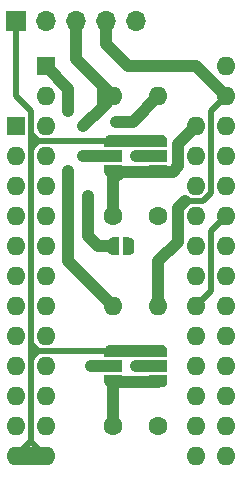
<source format=gbr>
G04 #@! TF.GenerationSoftware,KiCad,Pcbnew,(5.1.2)-1*
G04 #@! TF.CreationDate,2020-02-06T22:00:07-05:00*
G04 #@! TF.ProjectId,23xxxAdapter,32337878-7841-4646-9170-7465722e6b69,rev?*
G04 #@! TF.SameCoordinates,Original*
G04 #@! TF.FileFunction,Copper,L2,Bot*
G04 #@! TF.FilePolarity,Positive*
%FSLAX46Y46*%
G04 Gerber Fmt 4.6, Leading zero omitted, Abs format (unit mm)*
G04 Created by KiCad (PCBNEW (5.1.2)-1) date 2020-02-06 22:00:07*
%MOMM*%
%LPD*%
G04 APERTURE LIST*
%ADD10R,1.600000X1.600000*%
%ADD11O,1.600000X1.600000*%
%ADD12R,1.700000X1.700000*%
%ADD13O,1.700000X1.700000*%
%ADD14R,1.500000X1.000000*%
%ADD15C,0.500000*%
%ADD16C,0.100000*%
%ADD17C,1.600000*%
%ADD18C,0.800000*%
%ADD19C,0.539000*%
%ADD20C,1.500000*%
%ADD21C,1.000000*%
%ADD22C,0.540000*%
G04 APERTURE END LIST*
D10*
X157480000Y-73660000D03*
D11*
X172720000Y-106680000D03*
X157480000Y-76200000D03*
X172720000Y-104140000D03*
X157480000Y-78740000D03*
X172720000Y-101600000D03*
X157480000Y-81280000D03*
X172720000Y-99060000D03*
X157480000Y-83820000D03*
X172720000Y-96520000D03*
X157480000Y-86360000D03*
X172720000Y-93980000D03*
X157480000Y-88900000D03*
X172720000Y-91440000D03*
X157480000Y-91440000D03*
X172720000Y-88900000D03*
X157480000Y-93980000D03*
X172720000Y-86360000D03*
X157480000Y-96520000D03*
X172720000Y-83820000D03*
X157480000Y-99060000D03*
X172720000Y-81280000D03*
X157480000Y-101600000D03*
X172720000Y-78740000D03*
X157480000Y-104140000D03*
X172720000Y-76200000D03*
X157480000Y-106680000D03*
X172720000Y-73660000D03*
D12*
X154940000Y-69850000D03*
D13*
X157480000Y-69850000D03*
X160020000Y-69850000D03*
X162560000Y-69850000D03*
X165100000Y-69850000D03*
D14*
X167005000Y-81280000D03*
D15*
X167005000Y-82580000D03*
D16*
G36*
X167754398Y-82580000D02*
G01*
X167754398Y-82604534D01*
X167749588Y-82653365D01*
X167740016Y-82701490D01*
X167725772Y-82748445D01*
X167706995Y-82793778D01*
X167683864Y-82837051D01*
X167656604Y-82877850D01*
X167625476Y-82915779D01*
X167590779Y-82950476D01*
X167552850Y-82981604D01*
X167512051Y-83008864D01*
X167468778Y-83031995D01*
X167423445Y-83050772D01*
X167376490Y-83065016D01*
X167328365Y-83074588D01*
X167279534Y-83079398D01*
X167255000Y-83079398D01*
X167255000Y-83080000D01*
X166755000Y-83080000D01*
X166755000Y-83079398D01*
X166730466Y-83079398D01*
X166681635Y-83074588D01*
X166633510Y-83065016D01*
X166586555Y-83050772D01*
X166541222Y-83031995D01*
X166497949Y-83008864D01*
X166457150Y-82981604D01*
X166419221Y-82950476D01*
X166384524Y-82915779D01*
X166353396Y-82877850D01*
X166326136Y-82837051D01*
X166303005Y-82793778D01*
X166284228Y-82748445D01*
X166269984Y-82701490D01*
X166260412Y-82653365D01*
X166255602Y-82604534D01*
X166255602Y-82580000D01*
X166255000Y-82580000D01*
X166255000Y-82030000D01*
X167755000Y-82030000D01*
X167755000Y-82580000D01*
X167754398Y-82580000D01*
X167754398Y-82580000D01*
G37*
D15*
X167005000Y-79980000D03*
D16*
G36*
X166255000Y-80530000D02*
G01*
X166255000Y-79980000D01*
X166255602Y-79980000D01*
X166255602Y-79955466D01*
X166260412Y-79906635D01*
X166269984Y-79858510D01*
X166284228Y-79811555D01*
X166303005Y-79766222D01*
X166326136Y-79722949D01*
X166353396Y-79682150D01*
X166384524Y-79644221D01*
X166419221Y-79609524D01*
X166457150Y-79578396D01*
X166497949Y-79551136D01*
X166541222Y-79528005D01*
X166586555Y-79509228D01*
X166633510Y-79494984D01*
X166681635Y-79485412D01*
X166730466Y-79480602D01*
X166755000Y-79480602D01*
X166755000Y-79480000D01*
X167255000Y-79480000D01*
X167255000Y-79480602D01*
X167279534Y-79480602D01*
X167328365Y-79485412D01*
X167376490Y-79494984D01*
X167423445Y-79509228D01*
X167468778Y-79528005D01*
X167512051Y-79551136D01*
X167552850Y-79578396D01*
X167590779Y-79609524D01*
X167625476Y-79644221D01*
X167656604Y-79682150D01*
X167683864Y-79722949D01*
X167706995Y-79766222D01*
X167725772Y-79811555D01*
X167740016Y-79858510D01*
X167749588Y-79906635D01*
X167754398Y-79955466D01*
X167754398Y-79980000D01*
X167755000Y-79980000D01*
X167755000Y-80530000D01*
X166255000Y-80530000D01*
X166255000Y-80530000D01*
G37*
D15*
X163195000Y-79980000D03*
D16*
G36*
X162445000Y-80530000D02*
G01*
X162445000Y-79980000D01*
X162445602Y-79980000D01*
X162445602Y-79955466D01*
X162450412Y-79906635D01*
X162459984Y-79858510D01*
X162474228Y-79811555D01*
X162493005Y-79766222D01*
X162516136Y-79722949D01*
X162543396Y-79682150D01*
X162574524Y-79644221D01*
X162609221Y-79609524D01*
X162647150Y-79578396D01*
X162687949Y-79551136D01*
X162731222Y-79528005D01*
X162776555Y-79509228D01*
X162823510Y-79494984D01*
X162871635Y-79485412D01*
X162920466Y-79480602D01*
X162945000Y-79480602D01*
X162945000Y-79480000D01*
X163445000Y-79480000D01*
X163445000Y-79480602D01*
X163469534Y-79480602D01*
X163518365Y-79485412D01*
X163566490Y-79494984D01*
X163613445Y-79509228D01*
X163658778Y-79528005D01*
X163702051Y-79551136D01*
X163742850Y-79578396D01*
X163780779Y-79609524D01*
X163815476Y-79644221D01*
X163846604Y-79682150D01*
X163873864Y-79722949D01*
X163896995Y-79766222D01*
X163915772Y-79811555D01*
X163930016Y-79858510D01*
X163939588Y-79906635D01*
X163944398Y-79955466D01*
X163944398Y-79980000D01*
X163945000Y-79980000D01*
X163945000Y-80530000D01*
X162445000Y-80530000D01*
X162445000Y-80530000D01*
G37*
D15*
X163195000Y-82580000D03*
D16*
G36*
X163944398Y-82580000D02*
G01*
X163944398Y-82604534D01*
X163939588Y-82653365D01*
X163930016Y-82701490D01*
X163915772Y-82748445D01*
X163896995Y-82793778D01*
X163873864Y-82837051D01*
X163846604Y-82877850D01*
X163815476Y-82915779D01*
X163780779Y-82950476D01*
X163742850Y-82981604D01*
X163702051Y-83008864D01*
X163658778Y-83031995D01*
X163613445Y-83050772D01*
X163566490Y-83065016D01*
X163518365Y-83074588D01*
X163469534Y-83079398D01*
X163445000Y-83079398D01*
X163445000Y-83080000D01*
X162945000Y-83080000D01*
X162945000Y-83079398D01*
X162920466Y-83079398D01*
X162871635Y-83074588D01*
X162823510Y-83065016D01*
X162776555Y-83050772D01*
X162731222Y-83031995D01*
X162687949Y-83008864D01*
X162647150Y-82981604D01*
X162609221Y-82950476D01*
X162574524Y-82915779D01*
X162543396Y-82877850D01*
X162516136Y-82837051D01*
X162493005Y-82793778D01*
X162474228Y-82748445D01*
X162459984Y-82701490D01*
X162450412Y-82653365D01*
X162445602Y-82604534D01*
X162445602Y-82580000D01*
X162445000Y-82580000D01*
X162445000Y-82030000D01*
X163945000Y-82030000D01*
X163945000Y-82580000D01*
X163944398Y-82580000D01*
X163944398Y-82580000D01*
G37*
D14*
X163195000Y-81280000D03*
X167005000Y-99060000D03*
D15*
X167005000Y-100360000D03*
D16*
G36*
X167754398Y-100360000D02*
G01*
X167754398Y-100384534D01*
X167749588Y-100433365D01*
X167740016Y-100481490D01*
X167725772Y-100528445D01*
X167706995Y-100573778D01*
X167683864Y-100617051D01*
X167656604Y-100657850D01*
X167625476Y-100695779D01*
X167590779Y-100730476D01*
X167552850Y-100761604D01*
X167512051Y-100788864D01*
X167468778Y-100811995D01*
X167423445Y-100830772D01*
X167376490Y-100845016D01*
X167328365Y-100854588D01*
X167279534Y-100859398D01*
X167255000Y-100859398D01*
X167255000Y-100860000D01*
X166755000Y-100860000D01*
X166755000Y-100859398D01*
X166730466Y-100859398D01*
X166681635Y-100854588D01*
X166633510Y-100845016D01*
X166586555Y-100830772D01*
X166541222Y-100811995D01*
X166497949Y-100788864D01*
X166457150Y-100761604D01*
X166419221Y-100730476D01*
X166384524Y-100695779D01*
X166353396Y-100657850D01*
X166326136Y-100617051D01*
X166303005Y-100573778D01*
X166284228Y-100528445D01*
X166269984Y-100481490D01*
X166260412Y-100433365D01*
X166255602Y-100384534D01*
X166255602Y-100360000D01*
X166255000Y-100360000D01*
X166255000Y-99810000D01*
X167755000Y-99810000D01*
X167755000Y-100360000D01*
X167754398Y-100360000D01*
X167754398Y-100360000D01*
G37*
D15*
X167005000Y-97760000D03*
D16*
G36*
X166255000Y-98310000D02*
G01*
X166255000Y-97760000D01*
X166255602Y-97760000D01*
X166255602Y-97735466D01*
X166260412Y-97686635D01*
X166269984Y-97638510D01*
X166284228Y-97591555D01*
X166303005Y-97546222D01*
X166326136Y-97502949D01*
X166353396Y-97462150D01*
X166384524Y-97424221D01*
X166419221Y-97389524D01*
X166457150Y-97358396D01*
X166497949Y-97331136D01*
X166541222Y-97308005D01*
X166586555Y-97289228D01*
X166633510Y-97274984D01*
X166681635Y-97265412D01*
X166730466Y-97260602D01*
X166755000Y-97260602D01*
X166755000Y-97260000D01*
X167255000Y-97260000D01*
X167255000Y-97260602D01*
X167279534Y-97260602D01*
X167328365Y-97265412D01*
X167376490Y-97274984D01*
X167423445Y-97289228D01*
X167468778Y-97308005D01*
X167512051Y-97331136D01*
X167552850Y-97358396D01*
X167590779Y-97389524D01*
X167625476Y-97424221D01*
X167656604Y-97462150D01*
X167683864Y-97502949D01*
X167706995Y-97546222D01*
X167725772Y-97591555D01*
X167740016Y-97638510D01*
X167749588Y-97686635D01*
X167754398Y-97735466D01*
X167754398Y-97760000D01*
X167755000Y-97760000D01*
X167755000Y-98310000D01*
X166255000Y-98310000D01*
X166255000Y-98310000D01*
G37*
D15*
X163195000Y-97760000D03*
D16*
G36*
X162445000Y-98310000D02*
G01*
X162445000Y-97760000D01*
X162445602Y-97760000D01*
X162445602Y-97735466D01*
X162450412Y-97686635D01*
X162459984Y-97638510D01*
X162474228Y-97591555D01*
X162493005Y-97546222D01*
X162516136Y-97502949D01*
X162543396Y-97462150D01*
X162574524Y-97424221D01*
X162609221Y-97389524D01*
X162647150Y-97358396D01*
X162687949Y-97331136D01*
X162731222Y-97308005D01*
X162776555Y-97289228D01*
X162823510Y-97274984D01*
X162871635Y-97265412D01*
X162920466Y-97260602D01*
X162945000Y-97260602D01*
X162945000Y-97260000D01*
X163445000Y-97260000D01*
X163445000Y-97260602D01*
X163469534Y-97260602D01*
X163518365Y-97265412D01*
X163566490Y-97274984D01*
X163613445Y-97289228D01*
X163658778Y-97308005D01*
X163702051Y-97331136D01*
X163742850Y-97358396D01*
X163780779Y-97389524D01*
X163815476Y-97424221D01*
X163846604Y-97462150D01*
X163873864Y-97502949D01*
X163896995Y-97546222D01*
X163915772Y-97591555D01*
X163930016Y-97638510D01*
X163939588Y-97686635D01*
X163944398Y-97735466D01*
X163944398Y-97760000D01*
X163945000Y-97760000D01*
X163945000Y-98310000D01*
X162445000Y-98310000D01*
X162445000Y-98310000D01*
G37*
D15*
X163195000Y-100360000D03*
D16*
G36*
X163944398Y-100360000D02*
G01*
X163944398Y-100384534D01*
X163939588Y-100433365D01*
X163930016Y-100481490D01*
X163915772Y-100528445D01*
X163896995Y-100573778D01*
X163873864Y-100617051D01*
X163846604Y-100657850D01*
X163815476Y-100695779D01*
X163780779Y-100730476D01*
X163742850Y-100761604D01*
X163702051Y-100788864D01*
X163658778Y-100811995D01*
X163613445Y-100830772D01*
X163566490Y-100845016D01*
X163518365Y-100854588D01*
X163469534Y-100859398D01*
X163445000Y-100859398D01*
X163445000Y-100860000D01*
X162945000Y-100860000D01*
X162945000Y-100859398D01*
X162920466Y-100859398D01*
X162871635Y-100854588D01*
X162823510Y-100845016D01*
X162776555Y-100830772D01*
X162731222Y-100811995D01*
X162687949Y-100788864D01*
X162647150Y-100761604D01*
X162609221Y-100730476D01*
X162574524Y-100695779D01*
X162543396Y-100657850D01*
X162516136Y-100617051D01*
X162493005Y-100573778D01*
X162474228Y-100528445D01*
X162459984Y-100481490D01*
X162450412Y-100433365D01*
X162445602Y-100384534D01*
X162445602Y-100360000D01*
X162445000Y-100360000D01*
X162445000Y-99810000D01*
X163945000Y-99810000D01*
X163945000Y-100360000D01*
X163944398Y-100360000D01*
X163944398Y-100360000D01*
G37*
D14*
X163195000Y-99060000D03*
D17*
X167005000Y-86360000D03*
D11*
X167005000Y-76200000D03*
X163195000Y-76200000D03*
D17*
X163195000Y-86360000D03*
D11*
X167005000Y-93980000D03*
D17*
X167005000Y-104140000D03*
X163195000Y-104140000D03*
D11*
X163195000Y-93980000D03*
D15*
X164480000Y-88900000D03*
D16*
G36*
X163980000Y-88150000D02*
G01*
X164480000Y-88150000D01*
X164480000Y-88150602D01*
X164504534Y-88150602D01*
X164553365Y-88155412D01*
X164601490Y-88164984D01*
X164648445Y-88179228D01*
X164693778Y-88198005D01*
X164737051Y-88221136D01*
X164777850Y-88248396D01*
X164815779Y-88279524D01*
X164850476Y-88314221D01*
X164881604Y-88352150D01*
X164908864Y-88392949D01*
X164931995Y-88436222D01*
X164950772Y-88481555D01*
X164965016Y-88528510D01*
X164974588Y-88576635D01*
X164979398Y-88625466D01*
X164979398Y-88650000D01*
X164980000Y-88650000D01*
X164980000Y-89150000D01*
X164979398Y-89150000D01*
X164979398Y-89174534D01*
X164974588Y-89223365D01*
X164965016Y-89271490D01*
X164950772Y-89318445D01*
X164931995Y-89363778D01*
X164908864Y-89407051D01*
X164881604Y-89447850D01*
X164850476Y-89485779D01*
X164815779Y-89520476D01*
X164777850Y-89551604D01*
X164737051Y-89578864D01*
X164693778Y-89601995D01*
X164648445Y-89620772D01*
X164601490Y-89635016D01*
X164553365Y-89644588D01*
X164504534Y-89649398D01*
X164480000Y-89649398D01*
X164480000Y-89650000D01*
X163980000Y-89650000D01*
X163980000Y-88150000D01*
X163980000Y-88150000D01*
G37*
D15*
X163180000Y-88900000D03*
D16*
G36*
X163180000Y-89649398D02*
G01*
X163155466Y-89649398D01*
X163106635Y-89644588D01*
X163058510Y-89635016D01*
X163011555Y-89620772D01*
X162966222Y-89601995D01*
X162922949Y-89578864D01*
X162882150Y-89551604D01*
X162844221Y-89520476D01*
X162809524Y-89485779D01*
X162778396Y-89447850D01*
X162751136Y-89407051D01*
X162728005Y-89363778D01*
X162709228Y-89318445D01*
X162694984Y-89271490D01*
X162685412Y-89223365D01*
X162680602Y-89174534D01*
X162680602Y-89150000D01*
X162680000Y-89150000D01*
X162680000Y-88650000D01*
X162680602Y-88650000D01*
X162680602Y-88625466D01*
X162685412Y-88576635D01*
X162694984Y-88528510D01*
X162709228Y-88481555D01*
X162728005Y-88436222D01*
X162751136Y-88392949D01*
X162778396Y-88352150D01*
X162809524Y-88314221D01*
X162844221Y-88279524D01*
X162882150Y-88248396D01*
X162922949Y-88221136D01*
X162966222Y-88198005D01*
X163011555Y-88179228D01*
X163058510Y-88164984D01*
X163106635Y-88155412D01*
X163155466Y-88150602D01*
X163180000Y-88150602D01*
X163180000Y-88150000D01*
X163680000Y-88150000D01*
X163680000Y-89650000D01*
X163180000Y-89650000D01*
X163180000Y-89649398D01*
X163180000Y-89649398D01*
G37*
D10*
X154940000Y-78740000D03*
D11*
X170180000Y-106680000D03*
X154940000Y-81280000D03*
X170180000Y-104140000D03*
X154940000Y-83820000D03*
X170180000Y-101600000D03*
X154940000Y-86360000D03*
X170180000Y-99060000D03*
X154940000Y-88900000D03*
X170180000Y-96520000D03*
X154940000Y-91440000D03*
X170180000Y-93980000D03*
X154940000Y-93980000D03*
X170180000Y-91440000D03*
X154940000Y-96520000D03*
X170180000Y-88900000D03*
X154940000Y-99060000D03*
X170180000Y-86360000D03*
X154940000Y-101600000D03*
X170180000Y-83820000D03*
X154940000Y-104140000D03*
X170180000Y-81280000D03*
X154940000Y-106680000D03*
X170180000Y-78740000D03*
D18*
X160655000Y-78740000D03*
X160655000Y-81280000D03*
X165100000Y-99060000D03*
X165100000Y-81280000D03*
X164465000Y-88900000D03*
X163449000Y-78359000D03*
X161290000Y-99060000D03*
X159385000Y-77470000D03*
X159385000Y-82550000D03*
X161054999Y-84690001D03*
D19*
X154940000Y-106680000D02*
X156210499Y-105409501D01*
X154940000Y-76200000D02*
X154940000Y-69850000D01*
X156210499Y-77470499D02*
X154940000Y-76200000D01*
X156680001Y-105879003D02*
X156210499Y-105409501D01*
X156680001Y-105880001D02*
X156680001Y-105879003D01*
X157480000Y-106680000D02*
X156680001Y-105880001D01*
D20*
X157480000Y-106680000D02*
X156210000Y-106680000D01*
X154940000Y-106680000D02*
X156210000Y-106680000D01*
D19*
X162347408Y-79980000D02*
X162317907Y-80009501D01*
X163195000Y-79980000D02*
X162347408Y-79980000D01*
X158118862Y-97760000D02*
X158088363Y-97790499D01*
X163195000Y-97760000D02*
X158118862Y-97760000D01*
X156210499Y-97156497D02*
X156844501Y-97790499D01*
X156210499Y-97154501D02*
X156210499Y-97156497D01*
X156844501Y-97790499D02*
X156210499Y-97790499D01*
X158088363Y-97790499D02*
X156844501Y-97790499D01*
X156210499Y-97790499D02*
X156210499Y-97154501D01*
X156210499Y-98424501D02*
X156844501Y-97790499D01*
X156210499Y-98425499D02*
X156210499Y-98424501D01*
X156210499Y-98425499D02*
X156210499Y-97790499D01*
X156210499Y-105409501D02*
X156210499Y-98425499D01*
X156210499Y-79375499D02*
X156844501Y-80009501D01*
X156844501Y-80009501D02*
X156210499Y-80009501D01*
X162317907Y-80009501D02*
X156844501Y-80009501D01*
X156210499Y-79375499D02*
X156210499Y-77470499D01*
X156210499Y-80009501D02*
X156210499Y-79375499D01*
X156210499Y-80643503D02*
X156844501Y-80009501D01*
X156210499Y-80645499D02*
X156210499Y-80643503D01*
X156210499Y-80645499D02*
X156210499Y-80009501D01*
X156210499Y-97154501D02*
X156210499Y-80645499D01*
D21*
X163195000Y-79980000D02*
X167005000Y-79980000D01*
X163195000Y-97760000D02*
X167005000Y-97760000D01*
X160020000Y-73025000D02*
X160020000Y-69850000D01*
D19*
X160655000Y-78740000D02*
X160655000Y-78740000D01*
D21*
X160655000Y-81280000D02*
X163195000Y-81280000D01*
X162306000Y-75311000D02*
X162306000Y-77089000D01*
X162306000Y-77089000D02*
X163195000Y-76200000D01*
X160655000Y-78740000D02*
X162306000Y-77089000D01*
X162306000Y-75311000D02*
X160020000Y-73025000D01*
X163195000Y-76200000D02*
X162306000Y-75311000D01*
X162560000Y-71755000D02*
X162560000Y-69850000D01*
X164465000Y-73660000D02*
X162560000Y-71755000D01*
X172720000Y-76200000D02*
X170180000Y-73660000D01*
X170180000Y-73660000D02*
X164465000Y-73660000D01*
X167005000Y-99060000D02*
X165100000Y-99060000D01*
X165100000Y-99060000D02*
X165100000Y-99060000D01*
D19*
X170788363Y-85090499D02*
X169570639Y-85090499D01*
X171449501Y-84429361D02*
X170788363Y-85090499D01*
X172720000Y-76200000D02*
X171449501Y-77470499D01*
X171449501Y-77470499D02*
X171449501Y-84429361D01*
D21*
X168656000Y-85663998D02*
X169229998Y-85090000D01*
X168656000Y-88519000D02*
X168656000Y-85663998D01*
X167005000Y-90170000D02*
X168656000Y-88519000D01*
X167005000Y-93980000D02*
X167005000Y-90170000D01*
X163195000Y-100360000D02*
X167005000Y-100360000D01*
X163195000Y-100360000D02*
X163195000Y-104140000D01*
X169380001Y-79539999D02*
X170180000Y-78740000D01*
X168679999Y-80240001D02*
X169380001Y-79539999D01*
X168679999Y-82115003D02*
X168679999Y-80240001D01*
X168215002Y-82580000D02*
X168679999Y-82115003D01*
X167005000Y-82580000D02*
X168215002Y-82580000D01*
X163195000Y-83245000D02*
X163860000Y-82580000D01*
X163195000Y-83947000D02*
X163195000Y-83245000D01*
X163860000Y-82580000D02*
X163195000Y-82580000D01*
X167005000Y-82580000D02*
X163860000Y-82580000D01*
X163195000Y-83947000D02*
X163195000Y-86360000D01*
X163195000Y-82580000D02*
X163195000Y-83947000D01*
X165100000Y-81280000D02*
X167005000Y-81280000D01*
X164846000Y-78359000D02*
X167005000Y-76200000D01*
X163449000Y-78359000D02*
X164846000Y-78359000D01*
D22*
X171920001Y-87159999D02*
X172720000Y-86360000D01*
X171450000Y-87630000D02*
X171920001Y-87159999D01*
X171450000Y-92710000D02*
X171450000Y-87630000D01*
X170180000Y-93980000D02*
X171450000Y-92710000D01*
D21*
X163195000Y-99060000D02*
X161290000Y-99060000D01*
X161290000Y-99060000D02*
X161290000Y-99060000D01*
D19*
X159385000Y-77470000D02*
X159385000Y-77470000D01*
D21*
X159385000Y-75565000D02*
X157480000Y-73660000D01*
X159385000Y-77470000D02*
X159385000Y-75565000D01*
X159385000Y-90170000D02*
X163195000Y-93980000D01*
X159385000Y-82550000D02*
X159385000Y-90170000D01*
X161054999Y-84690001D02*
X161054999Y-88029999D01*
X161054999Y-88029999D02*
X161925000Y-88900000D01*
X161925000Y-88900000D02*
X163180000Y-88900000D01*
M02*

</source>
